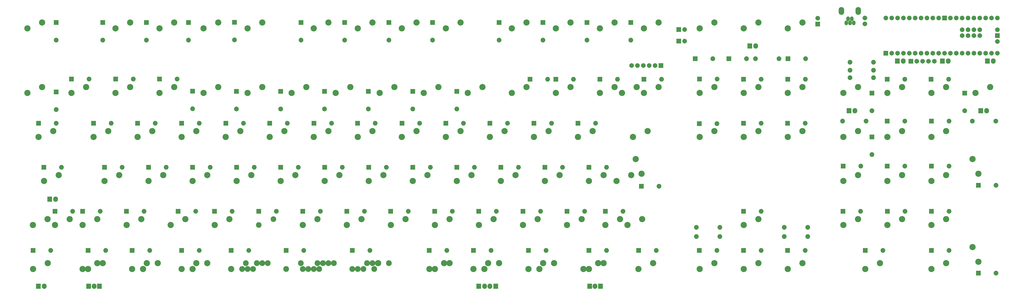
<source format=gbr>
G04 #@! TF.FileFunction,Soldermask,Bot*
%FSLAX46Y46*%
G04 Gerber Fmt 4.6, Leading zero omitted, Abs format (unit mm)*
G04 Created by KiCad (PCBNEW 4.0.5+dfsg1-4) date Sun Sep 23 14:38:37 2018*
%MOMM*%
%LPD*%
G01*
G04 APERTURE LIST*
%ADD10C,0.100000*%
%ADD11C,2.686000*%
%ADD12R,2.051000X2.051000*%
%ADD13C,2.051000*%
%ADD14C,2.000000*%
%ADD15R,2.000000X2.000000*%
%ADD16C,2.500000*%
%ADD17O,2.400000X3.400000*%
%ADD18O,1.500000X2.050000*%
%ADD19R,2.050000X2.300000*%
%ADD20O,2.050000X2.300000*%
%ADD21C,2.432000*%
G04 APERTURE END LIST*
D10*
D11*
X316540000Y-85977500D03*
X310190000Y-88517500D03*
X249865000Y-57990000D03*
X243515000Y-60530000D03*
X230815000Y-57990000D03*
X224465000Y-60530000D03*
X211765000Y-57990000D03*
X205415000Y-60530000D03*
X192715000Y-57990000D03*
X186365000Y-60530000D03*
X164140000Y-57990000D03*
X157790000Y-60530000D03*
X145090000Y-57990000D03*
X138740000Y-60530000D03*
X259390000Y-85977500D03*
X253040000Y-88517500D03*
X240340000Y-85977500D03*
X233990000Y-88517500D03*
X145090000Y-85977500D03*
X138740000Y-88517500D03*
X221290000Y-85977500D03*
X214940000Y-88517500D03*
X202240000Y-85977500D03*
X195890000Y-88517500D03*
X183190000Y-85977500D03*
X176840000Y-88517500D03*
X164140000Y-85977500D03*
X157790000Y-88517500D03*
X378702000Y-143128000D03*
X372352000Y-145668000D03*
X378702000Y-85977500D03*
X372352000Y-88517500D03*
D12*
X353130000Y-156660000D03*
D13*
X360750000Y-156660000D03*
D14*
X454140000Y-71280000D03*
X456680000Y-71280000D03*
X459220000Y-71280000D03*
X451600000Y-71280000D03*
X449060000Y-71280000D03*
X446520000Y-71280000D03*
X443980000Y-71280000D03*
X441440000Y-71280000D03*
X438900000Y-71280000D03*
X436360000Y-71280000D03*
D15*
X433820000Y-71280000D03*
D14*
X461760000Y-71280000D03*
X464300000Y-71280000D03*
X466840000Y-71280000D03*
X469380000Y-71280000D03*
X471920000Y-71280000D03*
X474460000Y-71280000D03*
X477000000Y-71280000D03*
X479540000Y-71280000D03*
X482080000Y-66200000D03*
D15*
X482080000Y-63660000D03*
D14*
X482080000Y-61120000D03*
X482080000Y-56040000D03*
X479540000Y-56040000D03*
X477000000Y-56040000D03*
X474460000Y-56040000D03*
X471920000Y-56040000D03*
X469380000Y-56040000D03*
X466840000Y-56040000D03*
X464300000Y-56040000D03*
X461760000Y-56040000D03*
D15*
X459220000Y-56040000D03*
D14*
X456680000Y-56040000D03*
X454140000Y-56040000D03*
X451600000Y-56040000D03*
X449060000Y-56040000D03*
X446520000Y-56040000D03*
X443980000Y-56040000D03*
X441440000Y-56040000D03*
X438900000Y-56040000D03*
X436360000Y-56040000D03*
X433820000Y-56040000D03*
X466840000Y-61120000D03*
X469380000Y-61120000D03*
X471920000Y-61120000D03*
X474460000Y-61120000D03*
X466840000Y-63660000D03*
X469380000Y-63660000D03*
X471920000Y-63660000D03*
X474460000Y-63660000D03*
X482080000Y-71280000D03*
D11*
X242719000Y-162178000D03*
X236369000Y-164718000D03*
X245098000Y-162178000D03*
X238748000Y-164718000D03*
X335590000Y-57990000D03*
X329240000Y-60530000D03*
D16*
X190334000Y-162178000D03*
X183984000Y-164718000D03*
X187952000Y-162178000D03*
X181602000Y-164718000D03*
X195096000Y-162178000D03*
X188746000Y-164718000D03*
X192680000Y-162178000D03*
X186330000Y-164718000D03*
D11*
X95083800Y-162178000D03*
X88733800Y-164718000D03*
X118896200Y-162178000D03*
X112546200Y-164718000D03*
X140326200Y-162178000D03*
X133976200Y-164718000D03*
X311778000Y-162178000D03*
X305428000Y-164718000D03*
X290346000Y-162178000D03*
X283996000Y-164718000D03*
X266546000Y-162178000D03*
X260196000Y-164718000D03*
X397752000Y-57990000D03*
X391402000Y-60530000D03*
D14*
X424760000Y-58590000D03*
X424760000Y-56050000D03*
X424760000Y-58590000D03*
X424760000Y-56050000D03*
D15*
X404420000Y-58670000D03*
D14*
X404420000Y-56130000D03*
D17*
X414640000Y-53035000D03*
X421940000Y-53035000D03*
D18*
X419940000Y-58200000D03*
X418340000Y-58200000D03*
X416740000Y-58200000D03*
X417540000Y-56400000D03*
X419140000Y-56400000D03*
D16*
X211750000Y-162178000D03*
X205400000Y-164718000D03*
D11*
X214230000Y-162178000D03*
D16*
X207880000Y-164718000D03*
X218915000Y-162178000D03*
X212565000Y-164718000D03*
X166505000Y-162178000D03*
X160155000Y-164718000D03*
X164140000Y-162178000D03*
X157790000Y-164718000D03*
X161736200Y-162178000D03*
X155386200Y-164718000D03*
X156977000Y-162178000D03*
D11*
X150627000Y-164718000D03*
D19*
X265110000Y-172160000D03*
D20*
X262570000Y-172160000D03*
D19*
X257780000Y-172160000D03*
D20*
X260320000Y-172160000D03*
D11*
X135565000Y-162178000D03*
X129215000Y-164718000D03*
D16*
X180777000Y-162178000D03*
X174427000Y-164718000D03*
D12*
X351370000Y-73670000D03*
D13*
X358990000Y-73670000D03*
D14*
X326390000Y-76620000D03*
X334010000Y-76620000D03*
X328930000Y-76620000D03*
X331470000Y-76620000D03*
X323850000Y-76620000D03*
D15*
X336550000Y-76620000D03*
X444730000Y-74750000D03*
D14*
X454890000Y-74750000D03*
X447270000Y-74750000D03*
X449810000Y-74750000D03*
X452350000Y-74750000D03*
X346790000Y-61070000D03*
D15*
X344250000Y-61070000D03*
D14*
X346790000Y-66070000D03*
D15*
X344250000Y-66070000D03*
D12*
X353240000Y-82470000D03*
D13*
X360860000Y-82470000D03*
D11*
X207002000Y-143128000D03*
X200652000Y-145668000D03*
X397752000Y-162178000D03*
X391402000Y-164718000D03*
X397752000Y-105027500D03*
X391402000Y-107567500D03*
X71255400Y-143128000D03*
X64905400Y-145668000D03*
D12*
X205330000Y-101570000D03*
D13*
X212950000Y-101570000D03*
D12*
X152050000Y-57960000D03*
D13*
X152050000Y-65580000D03*
D11*
X254628000Y-124077500D03*
X248278000Y-126617500D03*
X278440000Y-85977500D03*
X272090000Y-88517500D03*
D12*
X74950000Y-88060000D03*
D13*
X74950000Y-95680000D03*
D11*
X421815000Y-85977500D03*
X415465000Y-88517500D03*
X397752000Y-85977500D03*
X391402000Y-88517500D03*
X378702000Y-57990000D03*
X372352000Y-60530000D03*
D19*
X438830000Y-74670000D03*
D20*
X441370000Y-74670000D03*
D19*
X477780000Y-74670000D03*
D20*
X480320000Y-74670000D03*
D19*
X458280000Y-74670000D03*
D20*
X460820000Y-74670000D03*
D19*
X67280000Y-172150000D03*
D20*
X69820000Y-172150000D03*
D11*
X359652000Y-85977500D03*
X353302000Y-88517500D03*
X335590000Y-85977500D03*
X329240000Y-88517500D03*
X440865000Y-85977500D03*
X434515000Y-88517500D03*
X192715000Y-105027500D03*
X186365000Y-107567500D03*
X230815000Y-105027500D03*
X224465000Y-107567500D03*
D19*
X72160000Y-134420000D03*
D20*
X74700000Y-134420000D03*
D19*
X374980000Y-68170000D03*
D20*
X377520000Y-68170000D03*
D19*
X417910000Y-96170000D03*
D20*
X420450000Y-96170000D03*
D19*
X474910000Y-96170000D03*
D20*
X477450000Y-96170000D03*
D19*
X310390000Y-172170000D03*
X305710000Y-172170000D03*
D20*
X308050000Y-172170000D03*
D19*
X93690000Y-172170000D03*
X89010000Y-172170000D03*
D20*
X91350000Y-172170000D03*
D11*
X326065000Y-85977500D03*
X319715000Y-88517500D03*
X328446000Y-143128000D03*
X322096000Y-145668000D03*
X318905000Y-143128000D03*
X312555000Y-145668000D03*
X323685000Y-124077500D03*
X317335000Y-126617500D03*
X325605000Y-117092500D03*
X328145000Y-123442500D03*
X311778000Y-124077500D03*
X305428000Y-126617500D03*
X261771000Y-162178000D03*
X255421000Y-164718000D03*
X309396000Y-162178000D03*
X303046000Y-164718000D03*
X285584000Y-162178000D03*
X279234000Y-164718000D03*
D16*
X209384000Y-162178000D03*
X203034000Y-164718000D03*
D11*
X92686600Y-143128000D03*
X86336600Y-145668000D03*
X80797800Y-143128000D03*
X74447800Y-145668000D03*
X114133800Y-162178000D03*
X107783800Y-164718000D03*
X92702500Y-162178000D03*
X86352500Y-164718000D03*
D12*
X266540000Y-57970000D03*
D13*
X266540000Y-65590000D03*
D12*
X285510000Y-57970000D03*
D13*
X285510000Y-65590000D03*
D12*
X304570000Y-57970000D03*
D13*
X304570000Y-65590000D03*
D12*
X323550000Y-57970000D03*
D13*
X323550000Y-65590000D03*
D12*
X365930000Y-73670000D03*
D13*
X373550000Y-73670000D03*
D12*
X391550000Y-73670000D03*
D13*
X399170000Y-73670000D03*
D12*
X74950000Y-57970000D03*
D13*
X74950000Y-65590000D03*
D12*
X248250000Y-87770000D03*
D13*
X248250000Y-95390000D03*
D12*
X279950000Y-82570000D03*
D13*
X287570000Y-82570000D03*
D12*
X291130000Y-82570000D03*
D13*
X298750000Y-82570000D03*
D12*
X310150000Y-82570000D03*
D13*
X317770000Y-82570000D03*
D12*
X329230000Y-82570000D03*
D13*
X336850000Y-82570000D03*
D12*
X372340000Y-82570000D03*
D13*
X379960000Y-82570000D03*
D12*
X391440000Y-82570000D03*
D13*
X399060000Y-82570000D03*
D12*
X427870000Y-88530000D03*
D13*
X427870000Y-96150000D03*
D12*
X434430000Y-82570000D03*
D13*
X442050000Y-82570000D03*
D12*
X453440000Y-82570000D03*
D13*
X461060000Y-82570000D03*
D12*
X467950000Y-88560000D03*
D13*
X467950000Y-96180000D03*
D12*
X262530000Y-101570000D03*
D13*
X270150000Y-101570000D03*
D12*
X281640000Y-101570000D03*
D13*
X289260000Y-101570000D03*
D12*
X300640000Y-101570000D03*
D13*
X308260000Y-101570000D03*
D12*
X353140000Y-101820000D03*
D13*
X360760000Y-101820000D03*
D12*
X372330000Y-101570000D03*
D13*
X379950000Y-101570000D03*
D12*
X391330000Y-101570000D03*
D13*
X398950000Y-101570000D03*
D12*
X427850000Y-107550000D03*
D13*
X427850000Y-115170000D03*
D12*
X434440000Y-100670000D03*
D13*
X442060000Y-100670000D03*
D12*
X453540000Y-100670000D03*
D13*
X461160000Y-100670000D03*
D12*
X267330000Y-120670000D03*
D13*
X274950000Y-120670000D03*
D12*
X286350000Y-120670000D03*
D13*
X293970000Y-120670000D03*
D12*
X305450000Y-120670000D03*
D13*
X313070000Y-120670000D03*
D12*
X328130000Y-128870000D03*
D13*
X335750000Y-128870000D03*
D12*
X415430000Y-120170000D03*
D13*
X423050000Y-120170000D03*
D12*
X434450000Y-120170000D03*
D13*
X442070000Y-120170000D03*
D12*
X453540000Y-120170000D03*
D13*
X461160000Y-120170000D03*
D12*
X473930000Y-128470000D03*
D13*
X481550000Y-128470000D03*
D12*
X257750000Y-139670000D03*
D13*
X265370000Y-139670000D03*
D12*
X276850000Y-139670000D03*
D13*
X284470000Y-139670000D03*
D12*
X295930000Y-139670000D03*
D13*
X303550000Y-139670000D03*
D12*
X312540000Y-139670000D03*
D13*
X320160000Y-139670000D03*
D12*
X372330000Y-139670000D03*
D13*
X379950000Y-139670000D03*
D12*
X415350000Y-139670000D03*
D13*
X422970000Y-139670000D03*
D12*
X434550000Y-139670000D03*
D13*
X442170000Y-139670000D03*
D12*
X453550000Y-139670000D03*
D13*
X461170000Y-139670000D03*
D12*
X279240000Y-156660000D03*
D13*
X286860000Y-156660000D03*
D12*
X305410000Y-156660000D03*
D13*
X313030000Y-156660000D03*
D12*
X326930000Y-156660000D03*
D13*
X334550000Y-156660000D03*
D12*
X372330000Y-156660000D03*
D13*
X379950000Y-156660000D03*
D12*
X391330000Y-156660000D03*
D13*
X398950000Y-156660000D03*
D12*
X424950000Y-156660000D03*
D13*
X432570000Y-156660000D03*
D12*
X453540000Y-156660000D03*
D13*
X461160000Y-156660000D03*
D12*
X473930000Y-166470000D03*
D13*
X481550000Y-166470000D03*
D12*
X95090000Y-57970000D03*
D13*
X95090000Y-65590000D03*
D12*
X113940000Y-57970000D03*
D13*
X113940000Y-65590000D03*
D12*
X132150000Y-57970000D03*
D13*
X132150000Y-65590000D03*
D12*
X180850000Y-57970000D03*
D13*
X180850000Y-65590000D03*
D12*
X199750000Y-57970000D03*
D13*
X199750000Y-65590000D03*
D12*
X218850000Y-57970000D03*
D13*
X218850000Y-65590000D03*
D12*
X237750000Y-57970000D03*
D13*
X237750000Y-65590000D03*
D12*
X81540000Y-82470000D03*
D13*
X89160000Y-82470000D03*
D12*
X100650000Y-82470000D03*
D13*
X108270000Y-82470000D03*
D12*
X119690000Y-82470000D03*
D13*
X127310000Y-82470000D03*
D12*
X133950000Y-87760000D03*
D13*
X133950000Y-95380000D03*
D12*
X152950000Y-87770000D03*
D13*
X152950000Y-95390000D03*
D12*
X172050000Y-87770000D03*
D13*
X172050000Y-95390000D03*
D12*
X191050000Y-87770000D03*
D13*
X191050000Y-95390000D03*
D12*
X209950000Y-87770000D03*
D13*
X209950000Y-95390000D03*
D12*
X229250000Y-87770000D03*
D13*
X229250000Y-95390000D03*
D12*
X67330000Y-101570000D03*
D13*
X74950000Y-101570000D03*
D12*
X91140000Y-101570000D03*
D13*
X98760000Y-101570000D03*
D12*
X110140000Y-101570000D03*
D13*
X117760000Y-101570000D03*
D12*
X129240000Y-101570000D03*
D13*
X136860000Y-101570000D03*
D12*
X148340000Y-101570000D03*
D13*
X155960000Y-101570000D03*
D12*
X167330000Y-101570000D03*
D13*
X174950000Y-101570000D03*
D12*
X186440000Y-101570000D03*
D13*
X194060000Y-101570000D03*
D12*
X224540000Y-101570000D03*
D13*
X232160000Y-101570000D03*
D12*
X243540000Y-101570000D03*
D13*
X251160000Y-101570000D03*
D12*
X69640000Y-120670000D03*
D13*
X77260000Y-120670000D03*
D12*
X95850000Y-120670000D03*
D13*
X103470000Y-120670000D03*
D12*
X114940000Y-120670000D03*
D13*
X122560000Y-120670000D03*
D12*
X133940000Y-120670000D03*
D13*
X141560000Y-120670000D03*
D12*
X153050000Y-120670000D03*
D13*
X160670000Y-120670000D03*
D12*
X172050000Y-120670000D03*
D13*
X179670000Y-120670000D03*
D12*
X191140000Y-120670000D03*
D13*
X198760000Y-120670000D03*
D12*
X210150000Y-120670000D03*
D13*
X217770000Y-120670000D03*
D12*
X229250000Y-120670000D03*
D13*
X236870000Y-120670000D03*
D12*
X248250000Y-120670000D03*
D13*
X255870000Y-120670000D03*
D12*
X74430000Y-139670000D03*
D13*
X82050000Y-139670000D03*
D12*
X86340000Y-139670000D03*
D13*
X93960000Y-139670000D03*
D12*
X105350000Y-139670000D03*
D13*
X112970000Y-139670000D03*
D12*
X127730000Y-139670000D03*
D13*
X135350000Y-139670000D03*
D12*
X143450000Y-139670000D03*
D13*
X151070000Y-139670000D03*
D12*
X162550000Y-139670000D03*
D13*
X170170000Y-139670000D03*
D12*
X181630000Y-139670000D03*
D13*
X189250000Y-139670000D03*
D12*
X200650000Y-139670000D03*
D13*
X208270000Y-139670000D03*
D12*
X219640000Y-139670000D03*
D13*
X227260000Y-139670000D03*
D12*
X238730000Y-139670000D03*
D13*
X246350000Y-139670000D03*
D12*
X64950000Y-156660000D03*
D13*
X72570000Y-156660000D03*
D12*
X88730000Y-156660000D03*
D13*
X96350000Y-156660000D03*
D12*
X107840000Y-156660000D03*
D13*
X115460000Y-156660000D03*
D12*
X129240000Y-156660000D03*
D13*
X136860000Y-156660000D03*
D12*
X150640000Y-156660000D03*
D13*
X158260000Y-156660000D03*
D12*
X174450000Y-156660000D03*
D13*
X182070000Y-156660000D03*
D12*
X203040000Y-156660000D03*
D13*
X210660000Y-156660000D03*
D12*
X236340000Y-156660000D03*
D13*
X243960000Y-156660000D03*
D12*
X255430000Y-156660000D03*
D13*
X263050000Y-156660000D03*
D11*
X278440000Y-57990000D03*
X272090000Y-60530000D03*
X297490000Y-57990000D03*
X291140000Y-60530000D03*
X316540000Y-57990000D03*
X310190000Y-60530000D03*
X359652000Y-57990000D03*
X353302000Y-60530000D03*
X68890000Y-57990000D03*
X62540000Y-60530000D03*
X297490000Y-85977500D03*
X291140000Y-88517500D03*
X459915000Y-85977500D03*
X453565000Y-88517500D03*
X478965000Y-85977500D03*
X472615000Y-88517500D03*
X268915000Y-105027500D03*
X262565000Y-107567500D03*
X287965000Y-105027500D03*
X281615000Y-107567500D03*
X307015000Y-105027500D03*
X300665000Y-107567500D03*
X359652000Y-105027500D03*
X353302000Y-107567500D03*
X378702000Y-105027500D03*
X372352000Y-107567500D03*
X421815000Y-105027500D03*
X415465000Y-107567500D03*
X440865000Y-105027500D03*
X434515000Y-107567500D03*
X459915000Y-105027500D03*
X453565000Y-107567500D03*
X273678000Y-124077500D03*
X267328000Y-126617500D03*
X292728000Y-124077500D03*
X286378000Y-126617500D03*
X330828000Y-105027500D03*
X324478000Y-107567500D03*
X421815000Y-124077500D03*
X415465000Y-126617500D03*
X440865000Y-124077500D03*
X434515000Y-126617500D03*
X459915000Y-124077500D03*
X453565000Y-126617500D03*
X471345000Y-117092500D03*
X473885000Y-123442500D03*
X264152000Y-143128000D03*
X257802000Y-145668000D03*
X283202000Y-143128000D03*
X276852000Y-145668000D03*
X302252000Y-143128000D03*
X295902000Y-145668000D03*
X421815000Y-143128000D03*
X415465000Y-145668000D03*
X440865000Y-143128000D03*
X434515000Y-145668000D03*
X459915000Y-143128000D03*
X453565000Y-145668000D03*
X333199000Y-162178000D03*
X326849000Y-164718000D03*
X359652000Y-162178000D03*
X353302000Y-164718000D03*
X378702000Y-162178000D03*
X372352000Y-164718000D03*
X431340000Y-162178000D03*
X424990000Y-164718000D03*
X459915000Y-162178000D03*
X453565000Y-164718000D03*
X471345000Y-155192000D03*
X473885000Y-161542000D03*
X106990000Y-57990000D03*
X100640000Y-60530000D03*
X126040000Y-57990000D03*
X119690000Y-60530000D03*
X68890000Y-85977500D03*
X62540000Y-88517500D03*
X87940000Y-85977500D03*
X81590000Y-88517500D03*
X106990000Y-85977500D03*
X100640000Y-88517500D03*
X126040000Y-85977500D03*
X119690000Y-88517500D03*
X73652500Y-105027500D03*
X67302500Y-107567500D03*
X97465000Y-105027500D03*
X91115000Y-107567500D03*
X116515000Y-105027500D03*
X110165000Y-107567500D03*
X135565000Y-105027500D03*
X129215000Y-107567500D03*
X154615000Y-105027500D03*
X148265000Y-107567500D03*
X173665000Y-105027500D03*
X167315000Y-107567500D03*
X211765000Y-105027500D03*
X205415000Y-107567500D03*
X249865000Y-105027500D03*
X243515000Y-107567500D03*
X76034700Y-124077500D03*
X69684700Y-126617500D03*
X102227500Y-124077500D03*
X95877500Y-126617500D03*
X121277500Y-124077500D03*
X114927500Y-126617500D03*
X140327500Y-124077500D03*
X133977500Y-126617500D03*
X159378000Y-124077500D03*
X153028000Y-126617500D03*
X178428000Y-124077500D03*
X172078000Y-126617500D03*
X197478000Y-124077500D03*
X191128000Y-126617500D03*
X216528000Y-124077500D03*
X210178000Y-126617500D03*
X235578000Y-124077500D03*
X229228000Y-126617500D03*
X111752500Y-143128000D03*
X105402500Y-145668000D03*
X130802500Y-143128000D03*
X124452500Y-145668000D03*
X149852000Y-143128000D03*
X143502000Y-145668000D03*
D21*
X168902000Y-143128000D03*
X162552000Y-145668000D03*
D11*
X187952000Y-143128000D03*
X181602000Y-145668000D03*
X226052000Y-143128000D03*
X219702000Y-145668000D03*
X245102000Y-143128000D03*
X238752000Y-145668000D03*
X71272800Y-162178000D03*
X64922800Y-164718000D03*
D13*
X387630000Y-73670000D03*
X377470000Y-73670000D03*
X418340000Y-75230000D03*
X428500000Y-75230000D03*
X415150000Y-100670000D03*
X425310000Y-100670000D03*
X471290000Y-100670000D03*
X481450000Y-100670000D03*
X418340000Y-78670000D03*
X428500000Y-78670000D03*
X418340000Y-81870000D03*
X428500000Y-81870000D03*
X362030000Y-150670000D03*
X351870000Y-150670000D03*
X362030000Y-146670000D03*
X351870000Y-146670000D03*
X400030000Y-146670000D03*
X389870000Y-146670000D03*
X400030000Y-150670000D03*
X389870000Y-150670000D03*
M02*

</source>
